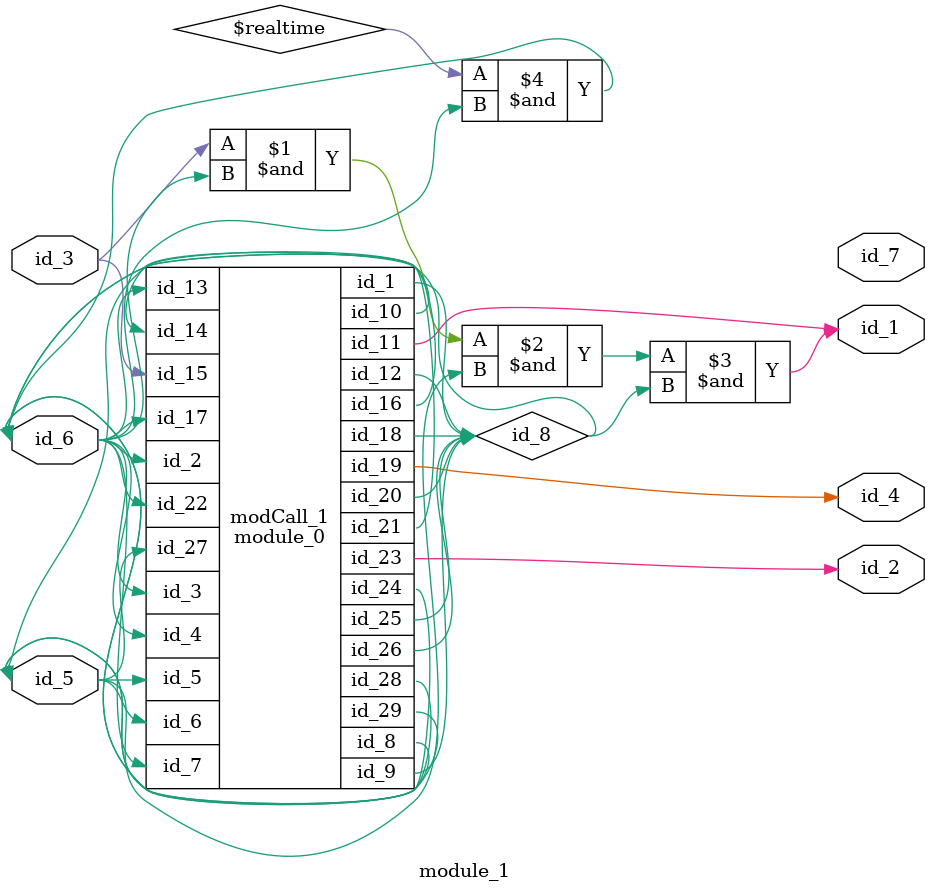
<source format=v>
module module_0 (
    id_1,
    id_2,
    id_3,
    id_4,
    id_5,
    id_6,
    id_7,
    id_8,
    id_9,
    id_10,
    id_11,
    id_12,
    id_13,
    id_14,
    id_15,
    id_16,
    id_17,
    id_18,
    id_19,
    id_20,
    id_21,
    id_22,
    id_23,
    id_24,
    id_25,
    id_26,
    id_27,
    id_28,
    id_29
);
  inout wire id_29;
  inout wire id_28;
  input wire id_27;
  inout wire id_26;
  output wire id_25;
  output wire id_24;
  output wire id_23;
  input wire id_22;
  output wire id_21;
  inout wire id_20;
  output wire id_19;
  inout wire id_18;
  input wire id_17;
  inout wire id_16;
  input wire id_15;
  input wire id_14;
  input wire id_13;
  output wire id_12;
  output wire id_11;
  inout wire id_10;
  inout wire id_9;
  inout wire id_8;
  input wire id_7;
  input wire id_6;
  input wire id_5;
  input wire id_4;
  input wire id_3;
  input wire id_2;
  output wire id_1;
  wire id_30;
  assign #1 id_9 = id_18;
  wire id_31;
  wire id_32;
  wire id_33;
  wire id_34;
endmodule
module module_1 (
    id_1,
    id_2,
    id_3,
    id_4,
    id_5,
    id_6,
    id_7
);
  output wire id_7;
  inout wire id_6;
  inout wire id_5;
  output wire id_4;
  input wire id_3;
  output wire id_2;
  output wire id_1;
  wire id_8;
  and primCall (id_1, id_3, id_6, id_5, id_8);
  module_0 modCall_1 (
      id_8,
      id_6,
      id_6,
      id_6,
      id_5,
      id_5,
      id_6,
      id_6,
      id_8,
      id_6,
      id_1,
      id_8,
      id_6,
      id_8,
      id_3,
      id_6,
      id_6,
      id_8,
      id_4,
      id_8,
      id_5,
      id_6,
      id_2,
      id_5,
      id_8,
      id_8,
      id_5,
      id_5,
      id_6
  );
  assign id_6 = $realtime & id_6;
  wire id_9;
endmodule

</source>
